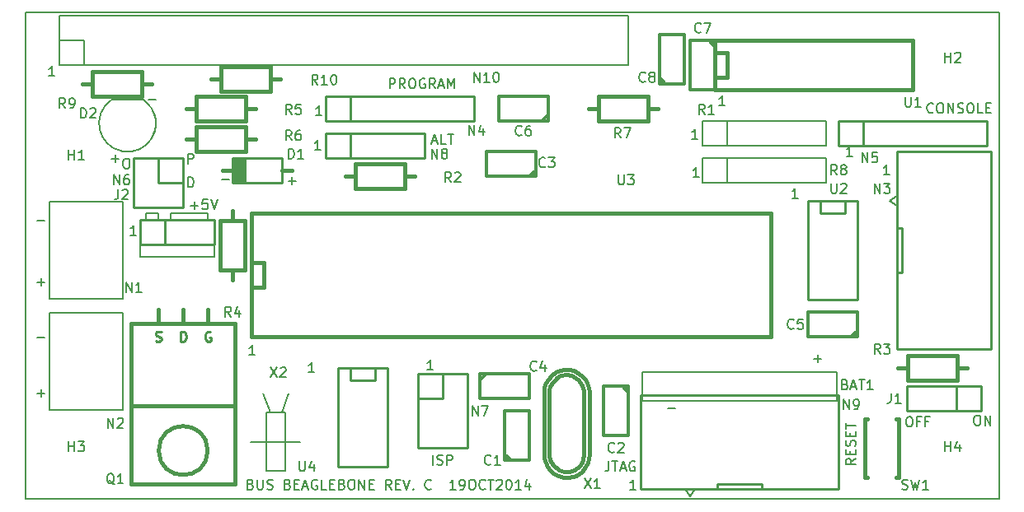
<source format=gto>
%FSLAX36Y36*%
G04 Gerber Fmt 3.6, Leading zero omitted, Abs format (unit inch)*
G04 Created by KiCad (PCBNEW (2014-jul-16 BZR unknown)-product) date Sun 19 Oct 2014 07:04:48 PM PDT*
%MOIN*%
G01*
G04 APERTURE LIST*
%ADD10C,0.003937*%
%ADD11C,0.008000*%
%ADD12C,0.007874*%
%ADD13C,0.012000*%
%ADD14C,0.015000*%
%ADD15C,0.010000*%
%ADD16C,0.005906*%
%ADD17C,0.009850*%
%ADD18C,0.009900*%
G04 APERTURE END LIST*
D10*
D11*
X6765476Y-4313095D02*
X6742619Y-4313095D01*
X6754048Y-4313095D02*
X6754048Y-4273095D01*
X6750238Y-4278810D01*
X6746429Y-4282619D01*
X6742619Y-4284524D01*
X6534524Y-5537857D02*
X6565000Y-5537857D01*
X7124524Y-5337857D02*
X7155000Y-5337857D01*
X7139762Y-5353095D02*
X7139762Y-5322619D01*
X7060476Y-4688095D02*
X7037619Y-4688095D01*
X7049048Y-4688095D02*
X7049048Y-4648095D01*
X7045238Y-4653810D01*
X7041429Y-4657619D01*
X7037619Y-4659524D01*
X6655476Y-4448095D02*
X6632619Y-4448095D01*
X6644048Y-4448095D02*
X6644048Y-4408095D01*
X6640238Y-4413810D01*
X6636429Y-4417619D01*
X6632619Y-4419524D01*
X6660476Y-4603095D02*
X6637619Y-4603095D01*
X6649048Y-4603095D02*
X6649048Y-4563095D01*
X6645238Y-4568810D01*
X6641429Y-4572619D01*
X6637619Y-4574524D01*
X5135476Y-4353095D02*
X5112619Y-4353095D01*
X5124048Y-4353095D02*
X5124048Y-4313095D01*
X5120238Y-4318810D01*
X5116429Y-4322619D01*
X5112619Y-4324524D01*
X4865476Y-5323095D02*
X4842619Y-5323095D01*
X4854048Y-5323095D02*
X4854048Y-5283095D01*
X4850238Y-5288810D01*
X4846429Y-5292619D01*
X4842619Y-5294524D01*
X4385476Y-4838095D02*
X4362619Y-4838095D01*
X4374048Y-4838095D02*
X4374048Y-4798095D01*
X4370238Y-4803810D01*
X4366429Y-4807619D01*
X4362619Y-4809524D01*
X7280476Y-4518095D02*
X7257619Y-4518095D01*
X7269048Y-4518095D02*
X7269048Y-4478095D01*
X7265238Y-4483810D01*
X7261429Y-4487619D01*
X7257619Y-4489524D01*
X7782143Y-5568095D02*
X7789762Y-5568095D01*
X7793571Y-5570000D01*
X7797381Y-5573810D01*
X7799286Y-5581429D01*
X7799286Y-5594762D01*
X7797381Y-5602381D01*
X7793571Y-5606190D01*
X7789762Y-5608095D01*
X7782143Y-5608095D01*
X7778333Y-5606190D01*
X7774524Y-5602381D01*
X7772619Y-5594762D01*
X7772619Y-5581429D01*
X7774524Y-5573810D01*
X7778333Y-5570000D01*
X7782143Y-5568095D01*
X7816429Y-5608095D02*
X7816429Y-5568095D01*
X7839286Y-5608095D01*
X7839286Y-5568095D01*
X7507143Y-5573095D02*
X7514762Y-5573095D01*
X7518571Y-5575000D01*
X7522381Y-5578810D01*
X7524286Y-5586429D01*
X7524286Y-5599762D01*
X7522381Y-5607381D01*
X7518571Y-5611190D01*
X7514762Y-5613095D01*
X7507143Y-5613095D01*
X7503333Y-5611190D01*
X7499524Y-5607381D01*
X7497619Y-5599762D01*
X7497619Y-5586429D01*
X7499524Y-5578810D01*
X7503333Y-5575000D01*
X7507143Y-5573095D01*
X7554762Y-5592143D02*
X7541429Y-5592143D01*
X7541429Y-5613095D02*
X7541429Y-5573095D01*
X7560476Y-5573095D01*
X7589048Y-5592143D02*
X7575714Y-5592143D01*
X7575714Y-5613095D02*
X7575714Y-5573095D01*
X7594762Y-5573095D01*
X4055476Y-4193095D02*
X4032619Y-4193095D01*
X4044048Y-4193095D02*
X4044048Y-4153095D01*
X4040238Y-4158810D01*
X4036429Y-4162619D01*
X4032619Y-4164524D01*
X5105476Y-5393095D02*
X5082619Y-5393095D01*
X5094048Y-5393095D02*
X5094048Y-5353095D01*
X5090238Y-5358810D01*
X5086429Y-5362619D01*
X5082619Y-5364524D01*
X7293095Y-5742619D02*
X7274048Y-5755952D01*
X7293095Y-5765476D02*
X7253095Y-5765476D01*
X7253095Y-5750238D01*
X7255000Y-5746429D01*
X7256905Y-5744524D01*
X7260714Y-5742619D01*
X7266429Y-5742619D01*
X7270238Y-5744524D01*
X7272143Y-5746429D01*
X7274048Y-5750238D01*
X7274048Y-5765476D01*
X7272143Y-5725476D02*
X7272143Y-5712143D01*
X7293095Y-5706429D02*
X7293095Y-5725476D01*
X7253095Y-5725476D01*
X7253095Y-5706429D01*
X7291190Y-5691190D02*
X7293095Y-5685476D01*
X7293095Y-5675952D01*
X7291190Y-5672143D01*
X7289286Y-5670238D01*
X7285476Y-5668333D01*
X7281667Y-5668333D01*
X7277857Y-5670238D01*
X7275952Y-5672143D01*
X7274048Y-5675952D01*
X7272143Y-5683571D01*
X7270238Y-5687381D01*
X7268333Y-5689286D01*
X7264524Y-5691190D01*
X7260714Y-5691190D01*
X7256905Y-5689286D01*
X7255000Y-5687381D01*
X7253095Y-5683571D01*
X7253095Y-5674048D01*
X7255000Y-5668333D01*
X7272143Y-5651190D02*
X7272143Y-5637857D01*
X7293095Y-5632143D02*
X7293095Y-5651190D01*
X7253095Y-5651190D01*
X7253095Y-5632143D01*
X7253095Y-5620714D02*
X7253095Y-5597857D01*
X7293095Y-5609286D02*
X7253095Y-5609286D01*
D12*
X3937008Y-5905512D02*
X3937008Y-3937008D01*
X7874016Y-5905512D02*
X3937008Y-5905512D01*
X7874016Y-3937008D02*
X7874016Y-5905512D01*
X3937008Y-3937008D02*
X7874016Y-3937008D01*
D11*
X4604524Y-4717857D02*
X4635000Y-4717857D01*
X4619762Y-4733095D02*
X4619762Y-4702619D01*
X4673095Y-4693095D02*
X4654048Y-4693095D01*
X4652143Y-4712143D01*
X4654048Y-4710238D01*
X4657857Y-4708333D01*
X4667381Y-4708333D01*
X4671190Y-4710238D01*
X4673095Y-4712143D01*
X4675000Y-4715952D01*
X4675000Y-4725476D01*
X4673095Y-4729286D01*
X4671190Y-4731190D01*
X4667381Y-4733095D01*
X4657857Y-4733095D01*
X4654048Y-4731190D01*
X4652143Y-4729286D01*
X4686429Y-4693095D02*
X4699762Y-4733095D01*
X4713095Y-4693095D01*
X5582619Y-4456667D02*
X5601667Y-4456667D01*
X5578810Y-4468095D02*
X5592143Y-4428095D01*
X5605476Y-4468095D01*
X5637857Y-4468095D02*
X5618810Y-4468095D01*
X5618810Y-4428095D01*
X5645476Y-4428095D02*
X5668333Y-4428095D01*
X5656905Y-4468095D02*
X5656905Y-4428095D01*
X7607381Y-4339286D02*
X7605476Y-4341190D01*
X7599762Y-4343095D01*
X7595952Y-4343095D01*
X7590238Y-4341190D01*
X7586429Y-4337381D01*
X7584524Y-4333571D01*
X7582619Y-4325952D01*
X7582619Y-4320238D01*
X7584524Y-4312619D01*
X7586429Y-4308810D01*
X7590238Y-4305000D01*
X7595952Y-4303095D01*
X7599762Y-4303095D01*
X7605476Y-4305000D01*
X7607381Y-4306905D01*
X7632143Y-4303095D02*
X7639762Y-4303095D01*
X7643571Y-4305000D01*
X7647381Y-4308810D01*
X7649286Y-4316429D01*
X7649286Y-4329762D01*
X7647381Y-4337381D01*
X7643571Y-4341190D01*
X7639762Y-4343095D01*
X7632143Y-4343095D01*
X7628333Y-4341190D01*
X7624524Y-4337381D01*
X7622619Y-4329762D01*
X7622619Y-4316429D01*
X7624524Y-4308810D01*
X7628333Y-4305000D01*
X7632143Y-4303095D01*
X7666429Y-4343095D02*
X7666429Y-4303095D01*
X7689286Y-4343095D01*
X7689286Y-4303095D01*
X7706429Y-4341190D02*
X7712143Y-4343095D01*
X7721667Y-4343095D01*
X7725476Y-4341190D01*
X7727381Y-4339286D01*
X7729286Y-4335476D01*
X7729286Y-4331667D01*
X7727381Y-4327857D01*
X7725476Y-4325952D01*
X7721667Y-4324048D01*
X7714048Y-4322143D01*
X7710238Y-4320238D01*
X7708333Y-4318333D01*
X7706429Y-4314524D01*
X7706429Y-4310714D01*
X7708333Y-4306905D01*
X7710238Y-4305000D01*
X7714048Y-4303095D01*
X7723571Y-4303095D01*
X7729286Y-4305000D01*
X7754048Y-4303095D02*
X7761667Y-4303095D01*
X7765476Y-4305000D01*
X7769286Y-4308810D01*
X7771190Y-4316429D01*
X7771190Y-4329762D01*
X7769286Y-4337381D01*
X7765476Y-4341190D01*
X7761667Y-4343095D01*
X7754048Y-4343095D01*
X7750238Y-4341190D01*
X7746429Y-4337381D01*
X7744524Y-4329762D01*
X7744524Y-4316429D01*
X7746429Y-4308810D01*
X7750238Y-4305000D01*
X7754048Y-4303095D01*
X7807381Y-4343095D02*
X7788333Y-4343095D01*
X7788333Y-4303095D01*
X7820714Y-4322143D02*
X7834048Y-4322143D01*
X7839762Y-4343095D02*
X7820714Y-4343095D01*
X7820714Y-4303095D01*
X7839762Y-4303095D01*
X5584524Y-5768095D02*
X5584524Y-5728095D01*
X5601667Y-5766190D02*
X5607381Y-5768095D01*
X5616905Y-5768095D01*
X5620714Y-5766190D01*
X5622619Y-5764286D01*
X5624524Y-5760476D01*
X5624524Y-5756667D01*
X5622619Y-5752857D01*
X5620714Y-5750952D01*
X5616905Y-5749048D01*
X5609286Y-5747143D01*
X5605476Y-5745238D01*
X5603571Y-5743333D01*
X5601667Y-5739524D01*
X5601667Y-5735714D01*
X5603571Y-5731905D01*
X5605476Y-5730000D01*
X5609286Y-5728095D01*
X5618810Y-5728095D01*
X5624524Y-5730000D01*
X5641667Y-5768095D02*
X5641667Y-5728095D01*
X5656905Y-5728095D01*
X5660714Y-5730000D01*
X5662619Y-5731905D01*
X5664524Y-5735714D01*
X5664524Y-5741429D01*
X5662619Y-5745238D01*
X5660714Y-5747143D01*
X5656905Y-5749048D01*
X5641667Y-5749048D01*
X6295952Y-5753095D02*
X6295952Y-5781667D01*
X6294048Y-5787381D01*
X6290238Y-5791190D01*
X6284524Y-5793095D01*
X6280714Y-5793095D01*
X6309286Y-5753095D02*
X6332143Y-5753095D01*
X6320714Y-5793095D02*
X6320714Y-5753095D01*
X6343571Y-5781667D02*
X6362619Y-5781667D01*
X6339762Y-5793095D02*
X6353095Y-5753095D01*
X6366429Y-5793095D01*
X6400714Y-5755000D02*
X6396905Y-5753095D01*
X6391190Y-5753095D01*
X6385476Y-5755000D01*
X6381667Y-5758810D01*
X6379762Y-5762619D01*
X6377857Y-5770238D01*
X6377857Y-5775952D01*
X6379762Y-5783571D01*
X6381667Y-5787381D01*
X6385476Y-5791190D01*
X6391190Y-5793095D01*
X6395000Y-5793095D01*
X6400714Y-5791190D01*
X6402619Y-5789286D01*
X6402619Y-5775952D01*
X6395000Y-5775952D01*
X4342143Y-4528095D02*
X4349762Y-4528095D01*
X4353571Y-4530000D01*
X4357381Y-4533810D01*
X4359286Y-4541429D01*
X4359286Y-4554762D01*
X4357381Y-4562381D01*
X4353571Y-4566190D01*
X4349762Y-4568095D01*
X4342143Y-4568095D01*
X4338333Y-4566190D01*
X4334524Y-4562381D01*
X4332619Y-4554762D01*
X4332619Y-4541429D01*
X4334524Y-4533810D01*
X4338333Y-4530000D01*
X4342143Y-4528095D01*
X4594524Y-4643095D02*
X4594524Y-4603095D01*
X4604048Y-4603095D01*
X4609762Y-4605000D01*
X4613571Y-4608810D01*
X4615476Y-4612619D01*
X4617381Y-4620238D01*
X4617381Y-4625952D01*
X4615476Y-4633571D01*
X4613571Y-4637381D01*
X4609762Y-4641190D01*
X4604048Y-4643095D01*
X4594524Y-4643095D01*
X4594524Y-4548095D02*
X4594524Y-4508095D01*
X4609762Y-4508095D01*
X4613571Y-4510000D01*
X4615476Y-4511905D01*
X4617381Y-4515714D01*
X4617381Y-4521429D01*
X4615476Y-4525238D01*
X4613571Y-4527143D01*
X4609762Y-4529048D01*
X4594524Y-4529048D01*
X5130476Y-4493095D02*
X5107619Y-4493095D01*
X5119048Y-4493095D02*
X5119048Y-4453095D01*
X5115238Y-4458810D01*
X5111429Y-4462619D01*
X5107619Y-4464524D01*
X7430476Y-4593095D02*
X7407619Y-4593095D01*
X7419048Y-4593095D02*
X7419048Y-4553095D01*
X7415238Y-4558810D01*
X7411429Y-4562619D01*
X7407619Y-4564524D01*
X6405476Y-5868095D02*
X6382619Y-5868095D01*
X6394048Y-5868095D02*
X6394048Y-5828095D01*
X6390238Y-5833810D01*
X6386429Y-5837619D01*
X6382619Y-5839524D01*
X5585476Y-5383095D02*
X5562619Y-5383095D01*
X5574048Y-5383095D02*
X5574048Y-5343095D01*
X5570238Y-5348810D01*
X5566429Y-5352619D01*
X5562619Y-5354524D01*
X5409524Y-4243095D02*
X5409524Y-4203095D01*
X5424762Y-4203095D01*
X5428571Y-4205000D01*
X5430476Y-4206905D01*
X5432381Y-4210714D01*
X5432381Y-4216429D01*
X5430476Y-4220238D01*
X5428571Y-4222143D01*
X5424762Y-4224048D01*
X5409524Y-4224048D01*
X5472381Y-4243095D02*
X5459048Y-4224048D01*
X5449524Y-4243095D02*
X5449524Y-4203095D01*
X5464762Y-4203095D01*
X5468571Y-4205000D01*
X5470476Y-4206905D01*
X5472381Y-4210714D01*
X5472381Y-4216429D01*
X5470476Y-4220238D01*
X5468571Y-4222143D01*
X5464762Y-4224048D01*
X5449524Y-4224048D01*
X5497143Y-4203095D02*
X5504762Y-4203095D01*
X5508571Y-4205000D01*
X5512381Y-4208810D01*
X5514286Y-4216429D01*
X5514286Y-4229762D01*
X5512381Y-4237381D01*
X5508571Y-4241190D01*
X5504762Y-4243095D01*
X5497143Y-4243095D01*
X5493333Y-4241190D01*
X5489524Y-4237381D01*
X5487619Y-4229762D01*
X5487619Y-4216429D01*
X5489524Y-4208810D01*
X5493333Y-4205000D01*
X5497143Y-4203095D01*
X5552381Y-4205000D02*
X5548571Y-4203095D01*
X5542857Y-4203095D01*
X5537143Y-4205000D01*
X5533333Y-4208810D01*
X5531429Y-4212619D01*
X5529524Y-4220238D01*
X5529524Y-4225952D01*
X5531429Y-4233571D01*
X5533333Y-4237381D01*
X5537143Y-4241190D01*
X5542857Y-4243095D01*
X5546667Y-4243095D01*
X5552381Y-4241190D01*
X5554286Y-4239286D01*
X5554286Y-4225952D01*
X5546667Y-4225952D01*
X5594286Y-4243095D02*
X5580952Y-4224048D01*
X5571429Y-4243095D02*
X5571429Y-4203095D01*
X5586667Y-4203095D01*
X5590476Y-4205000D01*
X5592381Y-4206905D01*
X5594286Y-4210714D01*
X5594286Y-4216429D01*
X5592381Y-4220238D01*
X5590476Y-4222143D01*
X5586667Y-4224048D01*
X5571429Y-4224048D01*
X5609524Y-4231667D02*
X5628571Y-4231667D01*
X5605714Y-4243095D02*
X5619048Y-4203095D01*
X5632381Y-4243095D01*
X5645714Y-4243095D02*
X5645714Y-4203095D01*
X5659048Y-4231667D01*
X5672381Y-4203095D01*
X5672381Y-4243095D01*
X4847857Y-5847143D02*
X4853571Y-5849048D01*
X4855476Y-5850952D01*
X4857381Y-5854762D01*
X4857381Y-5860476D01*
X4855476Y-5864286D01*
X4853571Y-5866190D01*
X4849762Y-5868095D01*
X4834524Y-5868095D01*
X4834524Y-5828095D01*
X4847857Y-5828095D01*
X4851667Y-5830000D01*
X4853571Y-5831905D01*
X4855476Y-5835714D01*
X4855476Y-5839524D01*
X4853571Y-5843333D01*
X4851667Y-5845238D01*
X4847857Y-5847143D01*
X4834524Y-5847143D01*
X4874524Y-5828095D02*
X4874524Y-5860476D01*
X4876429Y-5864286D01*
X4878333Y-5866190D01*
X4882143Y-5868095D01*
X4889762Y-5868095D01*
X4893571Y-5866190D01*
X4895476Y-5864286D01*
X4897381Y-5860476D01*
X4897381Y-5828095D01*
X4914524Y-5866190D02*
X4920238Y-5868095D01*
X4929762Y-5868095D01*
X4933571Y-5866190D01*
X4935476Y-5864286D01*
X4937381Y-5860476D01*
X4937381Y-5856667D01*
X4935476Y-5852857D01*
X4933571Y-5850952D01*
X4929762Y-5849048D01*
X4922143Y-5847143D01*
X4918333Y-5845238D01*
X4916429Y-5843333D01*
X4914524Y-5839524D01*
X4914524Y-5835714D01*
X4916429Y-5831905D01*
X4918333Y-5830000D01*
X4922143Y-5828095D01*
X4931667Y-5828095D01*
X4937381Y-5830000D01*
X4998333Y-5847143D02*
X5004048Y-5849048D01*
X5005952Y-5850952D01*
X5007857Y-5854762D01*
X5007857Y-5860476D01*
X5005952Y-5864286D01*
X5004048Y-5866190D01*
X5000238Y-5868095D01*
X4985000Y-5868095D01*
X4985000Y-5828095D01*
X4998333Y-5828095D01*
X5002143Y-5830000D01*
X5004048Y-5831905D01*
X5005952Y-5835714D01*
X5005952Y-5839524D01*
X5004048Y-5843333D01*
X5002143Y-5845238D01*
X4998333Y-5847143D01*
X4985000Y-5847143D01*
X5025000Y-5847143D02*
X5038333Y-5847143D01*
X5044048Y-5868095D02*
X5025000Y-5868095D01*
X5025000Y-5828095D01*
X5044048Y-5828095D01*
X5059286Y-5856667D02*
X5078333Y-5856667D01*
X5055476Y-5868095D02*
X5068810Y-5828095D01*
X5082143Y-5868095D01*
X5116429Y-5830000D02*
X5112619Y-5828095D01*
X5106905Y-5828095D01*
X5101190Y-5830000D01*
X5097381Y-5833810D01*
X5095476Y-5837619D01*
X5093571Y-5845238D01*
X5093571Y-5850952D01*
X5095476Y-5858571D01*
X5097381Y-5862381D01*
X5101190Y-5866190D01*
X5106905Y-5868095D01*
X5110714Y-5868095D01*
X5116429Y-5866190D01*
X5118333Y-5864286D01*
X5118333Y-5850952D01*
X5110714Y-5850952D01*
X5154524Y-5868095D02*
X5135476Y-5868095D01*
X5135476Y-5828095D01*
X5167857Y-5847143D02*
X5181190Y-5847143D01*
X5186905Y-5868095D02*
X5167857Y-5868095D01*
X5167857Y-5828095D01*
X5186905Y-5828095D01*
X5217381Y-5847143D02*
X5223095Y-5849048D01*
X5225000Y-5850952D01*
X5226905Y-5854762D01*
X5226905Y-5860476D01*
X5225000Y-5864286D01*
X5223095Y-5866190D01*
X5219286Y-5868095D01*
X5204048Y-5868095D01*
X5204048Y-5828095D01*
X5217381Y-5828095D01*
X5221190Y-5830000D01*
X5223095Y-5831905D01*
X5225000Y-5835714D01*
X5225000Y-5839524D01*
X5223095Y-5843333D01*
X5221190Y-5845238D01*
X5217381Y-5847143D01*
X5204048Y-5847143D01*
X5251667Y-5828095D02*
X5259286Y-5828095D01*
X5263095Y-5830000D01*
X5266905Y-5833810D01*
X5268809Y-5841429D01*
X5268809Y-5854762D01*
X5266905Y-5862381D01*
X5263095Y-5866190D01*
X5259286Y-5868095D01*
X5251667Y-5868095D01*
X5247857Y-5866190D01*
X5244048Y-5862381D01*
X5242143Y-5854762D01*
X5242143Y-5841429D01*
X5244048Y-5833810D01*
X5247857Y-5830000D01*
X5251667Y-5828095D01*
X5285952Y-5868095D02*
X5285952Y-5828095D01*
X5308809Y-5868095D01*
X5308809Y-5828095D01*
X5327857Y-5847143D02*
X5341190Y-5847143D01*
X5346905Y-5868095D02*
X5327857Y-5868095D01*
X5327857Y-5828095D01*
X5346905Y-5828095D01*
X5417381Y-5868095D02*
X5404048Y-5849048D01*
X5394524Y-5868095D02*
X5394524Y-5828095D01*
X5409762Y-5828095D01*
X5413571Y-5830000D01*
X5415476Y-5831905D01*
X5417381Y-5835714D01*
X5417381Y-5841429D01*
X5415476Y-5845238D01*
X5413571Y-5847143D01*
X5409762Y-5849048D01*
X5394524Y-5849048D01*
X5434524Y-5847143D02*
X5447857Y-5847143D01*
X5453571Y-5868095D02*
X5434524Y-5868095D01*
X5434524Y-5828095D01*
X5453571Y-5828095D01*
X5465000Y-5828095D02*
X5478333Y-5868095D01*
X5491667Y-5828095D01*
X5505000Y-5864286D02*
X5506905Y-5866190D01*
X5505000Y-5868095D01*
X5503095Y-5866190D01*
X5505000Y-5864286D01*
X5505000Y-5868095D01*
X5577381Y-5864286D02*
X5575476Y-5866190D01*
X5569762Y-5868095D01*
X5565952Y-5868095D01*
X5560238Y-5866190D01*
X5556429Y-5862381D01*
X5554524Y-5858571D01*
X5552619Y-5850952D01*
X5552619Y-5845238D01*
X5554524Y-5837619D01*
X5556429Y-5833810D01*
X5560238Y-5830000D01*
X5565952Y-5828095D01*
X5569762Y-5828095D01*
X5575476Y-5830000D01*
X5577381Y-5831905D01*
X5676429Y-5868095D02*
X5653571Y-5868095D01*
X5665000Y-5868095D02*
X5665000Y-5828095D01*
X5661190Y-5833810D01*
X5657381Y-5837619D01*
X5653571Y-5839524D01*
X5695476Y-5868095D02*
X5703095Y-5868095D01*
X5706905Y-5866190D01*
X5708809Y-5864286D01*
X5712619Y-5858571D01*
X5714524Y-5850952D01*
X5714524Y-5835714D01*
X5712619Y-5831905D01*
X5710714Y-5830000D01*
X5706905Y-5828095D01*
X5699286Y-5828095D01*
X5695476Y-5830000D01*
X5693571Y-5831905D01*
X5691667Y-5835714D01*
X5691667Y-5845238D01*
X5693571Y-5849048D01*
X5695476Y-5850952D01*
X5699286Y-5852857D01*
X5706905Y-5852857D01*
X5710714Y-5850952D01*
X5712619Y-5849048D01*
X5714524Y-5845238D01*
X5739286Y-5828095D02*
X5746905Y-5828095D01*
X5750714Y-5830000D01*
X5754524Y-5833810D01*
X5756429Y-5841429D01*
X5756429Y-5854762D01*
X5754524Y-5862381D01*
X5750714Y-5866190D01*
X5746905Y-5868095D01*
X5739286Y-5868095D01*
X5735476Y-5866190D01*
X5731667Y-5862381D01*
X5729762Y-5854762D01*
X5729762Y-5841429D01*
X5731667Y-5833810D01*
X5735476Y-5830000D01*
X5739286Y-5828095D01*
X5796429Y-5864286D02*
X5794524Y-5866190D01*
X5788809Y-5868095D01*
X5785000Y-5868095D01*
X5779286Y-5866190D01*
X5775476Y-5862381D01*
X5773571Y-5858571D01*
X5771667Y-5850952D01*
X5771667Y-5845238D01*
X5773571Y-5837619D01*
X5775476Y-5833810D01*
X5779286Y-5830000D01*
X5785000Y-5828095D01*
X5788809Y-5828095D01*
X5794524Y-5830000D01*
X5796429Y-5831905D01*
X5807857Y-5828095D02*
X5830714Y-5828095D01*
X5819286Y-5868095D02*
X5819286Y-5828095D01*
X5842143Y-5831905D02*
X5844048Y-5830000D01*
X5847857Y-5828095D01*
X5857381Y-5828095D01*
X5861190Y-5830000D01*
X5863095Y-5831905D01*
X5865000Y-5835714D01*
X5865000Y-5839524D01*
X5863095Y-5845238D01*
X5840238Y-5868095D01*
X5865000Y-5868095D01*
X5889762Y-5828095D02*
X5893571Y-5828095D01*
X5897381Y-5830000D01*
X5899286Y-5831905D01*
X5901190Y-5835714D01*
X5903095Y-5843333D01*
X5903095Y-5852857D01*
X5901190Y-5860476D01*
X5899286Y-5864286D01*
X5897381Y-5866190D01*
X5893571Y-5868095D01*
X5889762Y-5868095D01*
X5885952Y-5866190D01*
X5884048Y-5864286D01*
X5882143Y-5860476D01*
X5880238Y-5852857D01*
X5880238Y-5843333D01*
X5882143Y-5835714D01*
X5884048Y-5831905D01*
X5885952Y-5830000D01*
X5889762Y-5828095D01*
X5941190Y-5868095D02*
X5918333Y-5868095D01*
X5929762Y-5868095D02*
X5929762Y-5828095D01*
X5925952Y-5833810D01*
X5922143Y-5837619D01*
X5918333Y-5839524D01*
X5975476Y-5841429D02*
X5975476Y-5868095D01*
X5965952Y-5826190D02*
X5956429Y-5854762D01*
X5981190Y-5854762D01*
X4015238Y-5252857D02*
X3984762Y-5252857D01*
X4015238Y-4777857D02*
X3984762Y-4777857D01*
X4015238Y-5477857D02*
X3984762Y-5477857D01*
X4000000Y-5493095D02*
X4000000Y-5462619D01*
X4015238Y-5027857D02*
X3984762Y-5027857D01*
X4000000Y-5043095D02*
X4000000Y-5012619D01*
D13*
X5875000Y-5748000D02*
X5875000Y-5550000D01*
X5875000Y-5550000D02*
X5975000Y-5550000D01*
X5975000Y-5550000D02*
X5975000Y-5750000D01*
X5975000Y-5750000D02*
X5875000Y-5750000D01*
X5900000Y-5750000D02*
X5875000Y-5725000D01*
X6375000Y-5452000D02*
X6375000Y-5650000D01*
X6375000Y-5650000D02*
X6275000Y-5650000D01*
X6275000Y-5650000D02*
X6275000Y-5450000D01*
X6275000Y-5450000D02*
X6375000Y-5450000D01*
X6350000Y-5450000D02*
X6375000Y-5475000D01*
X5998000Y-4600000D02*
X5800000Y-4600000D01*
X5800000Y-4600000D02*
X5800000Y-4500000D01*
X5800000Y-4500000D02*
X6000000Y-4500000D01*
X6000000Y-4500000D02*
X6000000Y-4600000D01*
X6000000Y-4575000D02*
X5975000Y-4600000D01*
X5777000Y-5400000D02*
X5975000Y-5400000D01*
X5975000Y-5400000D02*
X5975000Y-5500000D01*
X5975000Y-5500000D02*
X5775000Y-5500000D01*
X5775000Y-5500000D02*
X5775000Y-5400000D01*
X5775000Y-5425000D02*
X5800000Y-5400000D01*
X7298000Y-5250000D02*
X7100000Y-5250000D01*
X7100000Y-5250000D02*
X7100000Y-5150000D01*
X7100000Y-5150000D02*
X7300000Y-5150000D01*
X7300000Y-5150000D02*
X7300000Y-5250000D01*
X7300000Y-5225000D02*
X7275000Y-5250000D01*
X6048000Y-4375000D02*
X5850000Y-4375000D01*
X5850000Y-4375000D02*
X5850000Y-4275000D01*
X5850000Y-4275000D02*
X6050000Y-4275000D01*
X6050000Y-4275000D02*
X6050000Y-4375000D01*
X6050000Y-4350000D02*
X6025000Y-4375000D01*
X6725000Y-4052000D02*
X6725000Y-4250000D01*
X6725000Y-4250000D02*
X6625000Y-4250000D01*
X6625000Y-4250000D02*
X6625000Y-4050000D01*
X6625000Y-4050000D02*
X6725000Y-4050000D01*
X6700000Y-4050000D02*
X6725000Y-4075000D01*
X6500000Y-4223000D02*
X6500000Y-4025000D01*
X6500000Y-4025000D02*
X6600000Y-4025000D01*
X6600000Y-4025000D02*
X6600000Y-4225000D01*
X6600000Y-4225000D02*
X6500000Y-4225000D01*
X6525000Y-4225000D02*
X6500000Y-4200000D01*
D14*
X4975000Y-4575000D02*
X5015000Y-4575000D01*
X4785000Y-4575000D02*
X4735000Y-4575000D01*
D15*
X4795000Y-4625000D02*
X4795000Y-4525000D01*
X4805000Y-4625000D02*
X4805000Y-4525000D01*
X4815000Y-4625000D02*
X4815000Y-4525000D01*
X4785000Y-4625000D02*
X4785000Y-4525000D01*
X4825000Y-4625000D02*
X4775000Y-4525000D01*
X4775000Y-4625000D02*
X4825000Y-4525000D01*
X4825000Y-4625000D02*
X4825000Y-4525000D01*
X4800000Y-4625000D02*
X4800000Y-4525000D01*
X4775000Y-4525000D02*
X4775000Y-4625000D01*
X4775000Y-4625000D02*
X4975000Y-4625000D01*
X4975000Y-4625000D02*
X4975000Y-4525000D01*
X4975000Y-4525000D02*
X4775000Y-4525000D01*
D16*
X4445000Y-4450000D02*
G75*
G03X4415000Y-4290000I-95000J65000D01*
G74*
G01*
X4415000Y-4290000D02*
X4285000Y-4290000D01*
X4285000Y-4290000D02*
G75*
G03X4445000Y-4320000I65000J-95000D01*
G74*
G01*
D15*
X7700000Y-5450000D02*
X7500000Y-5450000D01*
X7500000Y-5450000D02*
X7500000Y-5550000D01*
X7500000Y-5550000D02*
X7700000Y-5550000D01*
X7800000Y-5550000D02*
X7700000Y-5550000D01*
X7700000Y-5550000D02*
X7700000Y-5450000D01*
X7800000Y-5550000D02*
X7800000Y-5450000D01*
X7800000Y-5450000D02*
X7700000Y-5450000D01*
X4575000Y-4625000D02*
X4575000Y-4525000D01*
X4575000Y-4525000D02*
X4475000Y-4525000D01*
X4475000Y-4525000D02*
X4475000Y-4625000D01*
X4475000Y-4625000D02*
X4575000Y-4625000D01*
X4575000Y-4625000D02*
X4575000Y-4725000D01*
X4575000Y-4725000D02*
X4375000Y-4725000D01*
X4375000Y-4725000D02*
X4375000Y-4525000D01*
X4375000Y-4525000D02*
X4475000Y-4525000D01*
D11*
X4034646Y-5096850D02*
X4329921Y-5096850D01*
X4329921Y-5096850D02*
X4329921Y-4703150D01*
X4329921Y-4703150D02*
X4034646Y-4703150D01*
X4034646Y-4703150D02*
X4034646Y-5096850D01*
X4034646Y-5546850D02*
X4329921Y-5546850D01*
X4329921Y-5546850D02*
X4329921Y-5153150D01*
X4329921Y-5153150D02*
X4034646Y-5153150D01*
X4034646Y-5153150D02*
X4034646Y-5546850D01*
D16*
X7430000Y-4700000D02*
X7460000Y-4680000D01*
X7430000Y-4700000D02*
X7460000Y-4720000D01*
D15*
X7460000Y-4990000D02*
X7480000Y-4990000D01*
X7480000Y-4990000D02*
X7480000Y-4810000D01*
X7480000Y-4810000D02*
X7460000Y-4810000D01*
X7840000Y-4500000D02*
X7840000Y-5300000D01*
X7840000Y-5300000D02*
X7460000Y-5300000D01*
X7460000Y-5300000D02*
X7460000Y-4500000D01*
X7460000Y-4500000D02*
X7840000Y-4500000D01*
X5250000Y-4275000D02*
X5750000Y-4275000D01*
X5750000Y-4275000D02*
X5750000Y-4375000D01*
X5750000Y-4375000D02*
X5250000Y-4375000D01*
X5150000Y-4275000D02*
X5250000Y-4275000D01*
X5250000Y-4275000D02*
X5250000Y-4375000D01*
X5150000Y-4275000D02*
X5150000Y-4375000D01*
X5150000Y-4375000D02*
X5250000Y-4375000D01*
X7325000Y-4375000D02*
X7825000Y-4375000D01*
X7825000Y-4375000D02*
X7825000Y-4475000D01*
X7825000Y-4475000D02*
X7325000Y-4475000D01*
X7225000Y-4375000D02*
X7325000Y-4375000D01*
X7325000Y-4375000D02*
X7325000Y-4475000D01*
X7225000Y-4375000D02*
X7225000Y-4475000D01*
X7225000Y-4475000D02*
X7325000Y-4475000D01*
X5625000Y-5400000D02*
X5625000Y-5500000D01*
X5625000Y-5500000D02*
X5525000Y-5500000D01*
X5525000Y-5400000D02*
X5525000Y-5700000D01*
X5525000Y-5700000D02*
X5725000Y-5700000D01*
X5725000Y-5700000D02*
X5725000Y-5500000D01*
X5525000Y-5400000D02*
X5625000Y-5400000D01*
X5725000Y-5400000D02*
X5625000Y-5400000D01*
X5725000Y-5500000D02*
X5725000Y-5400000D01*
X5250000Y-4525000D02*
X5550000Y-4525000D01*
X5250000Y-4425000D02*
X5550000Y-4425000D01*
X5150000Y-4425000D02*
X5250000Y-4425000D01*
X5550000Y-4525000D02*
X5550000Y-4425000D01*
X5250000Y-4425000D02*
X5250000Y-4525000D01*
X5150000Y-4425000D02*
X5150000Y-4525000D01*
X5150000Y-4525000D02*
X5250000Y-4525000D01*
D16*
X6625000Y-5895000D02*
X6605000Y-5865000D01*
X6625000Y-5895000D02*
X6645000Y-5865000D01*
D15*
X6915000Y-5865000D02*
X6915000Y-5845000D01*
X6915000Y-5845000D02*
X6735000Y-5845000D01*
X6735000Y-5845000D02*
X6735000Y-5865000D01*
X6425000Y-5485000D02*
X7225000Y-5485000D01*
X7225000Y-5485000D02*
X7225000Y-5865000D01*
X7225000Y-5865000D02*
X6425000Y-5865000D01*
X6425000Y-5865000D02*
X6425000Y-5485000D01*
D16*
X6375000Y-3950000D02*
X4075000Y-3950000D01*
X6375000Y-4150000D02*
X4175000Y-4150000D01*
X6375000Y-3950000D02*
X6375000Y-4150000D01*
X4075000Y-3950000D02*
X4075000Y-4050000D01*
X4075000Y-4150000D02*
X4175000Y-4150000D01*
X4075000Y-4050000D02*
X4175000Y-4050000D01*
X4175000Y-4050000D02*
X4175000Y-4150000D01*
X4075000Y-4150000D02*
X4075000Y-4050000D01*
D14*
X4675000Y-5195000D02*
X4675000Y-5140000D01*
X4575000Y-5195000D02*
X4575000Y-5140000D01*
X4475000Y-5195000D02*
X4475000Y-5140000D01*
X4673995Y-5710000D02*
G75*
G03X4673995Y-5710000I-98995J0D01*
G74*
G01*
X4365000Y-5530000D02*
X4365000Y-5845000D01*
X4365000Y-5845000D02*
X4785000Y-5845000D01*
X4785000Y-5845000D02*
X4785000Y-5530000D01*
X4365000Y-5195000D02*
X4365000Y-5530000D01*
X4365000Y-5530000D02*
X4785000Y-5530000D01*
X4785000Y-5530000D02*
X4785000Y-5195000D01*
X4575000Y-5195000D02*
X4785000Y-5195000D01*
X4575000Y-5195000D02*
X4365000Y-5195000D01*
X7503100Y-5375000D02*
X7463100Y-5375000D01*
X7703100Y-5375000D02*
X7743100Y-5375000D01*
X7503100Y-5325000D02*
X7703100Y-5325000D01*
X7703100Y-5325000D02*
X7703100Y-5425000D01*
X7703100Y-5425000D02*
X7503100Y-5425000D01*
X7503100Y-5425000D02*
X7503100Y-5325000D01*
X4775000Y-4778100D02*
X4775000Y-4738100D01*
X4775000Y-4978100D02*
X4775000Y-5018100D01*
X4825000Y-4778100D02*
X4825000Y-4978100D01*
X4825000Y-4978100D02*
X4725000Y-4978100D01*
X4725000Y-4978100D02*
X4725000Y-4778100D01*
X4725000Y-4778100D02*
X4825000Y-4778100D01*
X4628100Y-4325000D02*
X4588100Y-4325000D01*
X4828100Y-4325000D02*
X4868100Y-4325000D01*
X4628100Y-4275000D02*
X4828100Y-4275000D01*
X4828100Y-4275000D02*
X4828100Y-4375000D01*
X4828100Y-4375000D02*
X4628100Y-4375000D01*
X4628100Y-4375000D02*
X4628100Y-4275000D01*
X4628100Y-4450000D02*
X4588100Y-4450000D01*
X4828100Y-4450000D02*
X4868100Y-4450000D01*
X4628100Y-4400000D02*
X4828100Y-4400000D01*
X4828100Y-4400000D02*
X4828100Y-4500000D01*
X4828100Y-4500000D02*
X4628100Y-4500000D01*
X4628100Y-4500000D02*
X4628100Y-4400000D01*
X7468900Y-5581900D02*
X7459100Y-5581900D01*
X7468900Y-5818100D02*
X7459100Y-5818100D01*
X7331100Y-5581900D02*
X7340900Y-5581900D01*
X7331100Y-5818100D02*
X7340900Y-5818100D01*
X7468900Y-5818100D02*
X7468900Y-5581900D01*
X7331100Y-5818100D02*
X7331100Y-5581900D01*
X6725000Y-4050000D02*
X7525000Y-4050000D01*
X7525000Y-4250000D02*
X6725000Y-4250000D01*
X6725000Y-4250000D02*
X6725000Y-4050000D01*
X6725000Y-4100000D02*
X6775000Y-4100000D01*
X6775000Y-4100000D02*
X6775000Y-4200000D01*
X6775000Y-4200000D02*
X6725000Y-4200000D01*
X7525000Y-4050000D02*
X7525000Y-4250000D01*
D15*
X7250000Y-4700000D02*
X7250000Y-4750000D01*
X7250000Y-4750000D02*
X7150000Y-4750000D01*
X7150000Y-4750000D02*
X7150000Y-4700000D01*
X7300000Y-4700000D02*
X7300000Y-5100000D01*
X7300000Y-5100000D02*
X7100000Y-5100000D01*
X7100000Y-5100000D02*
X7100000Y-4700000D01*
X7100000Y-4700000D02*
X7300000Y-4700000D01*
D14*
X4850000Y-4950000D02*
X4900000Y-4950000D01*
X4900000Y-4950000D02*
X4900000Y-5050000D01*
X4900000Y-5050000D02*
X4850000Y-5050000D01*
X4850000Y-4750000D02*
X6950000Y-4750000D01*
X6950000Y-4750000D02*
X6950000Y-5250000D01*
X6950000Y-5250000D02*
X4850000Y-5250000D01*
X4850000Y-5250000D02*
X4850000Y-4750000D01*
X6085600Y-5415000D02*
X6101400Y-5407100D01*
X6101400Y-5407100D02*
X6125000Y-5403100D01*
X6125000Y-5403100D02*
X6144700Y-5407100D01*
X6144700Y-5407100D02*
X6172200Y-5422800D01*
X6172200Y-5422800D02*
X6188000Y-5446500D01*
X6188000Y-5446500D02*
X6195900Y-5470100D01*
X6195900Y-5470100D02*
X6195900Y-5729900D01*
X6195900Y-5729900D02*
X6188000Y-5757500D01*
X6188000Y-5757500D02*
X6176200Y-5773200D01*
X6176200Y-5773200D02*
X6156500Y-5789000D01*
X6156500Y-5789000D02*
X6132900Y-5796900D01*
X6132900Y-5796900D02*
X6113200Y-5796900D01*
X6113200Y-5796900D02*
X6093500Y-5789000D01*
X6093500Y-5789000D02*
X6069900Y-5769300D01*
X6069900Y-5769300D02*
X6058100Y-5749600D01*
X6058100Y-5749600D02*
X6054100Y-5729900D01*
X6054100Y-5726000D02*
X6054100Y-5466100D01*
X6054100Y-5466100D02*
X6058100Y-5450400D01*
X6058100Y-5450400D02*
X6069900Y-5430700D01*
X6069900Y-5430700D02*
X6089600Y-5411000D01*
X6033300Y-5725600D02*
X6035200Y-5743700D01*
X6035200Y-5743700D02*
X6039600Y-5759400D01*
X6039600Y-5759400D02*
X6048200Y-5776400D01*
X6048200Y-5776400D02*
X6057300Y-5787800D01*
X6057300Y-5787800D02*
X6071100Y-5800800D01*
X6071100Y-5800800D02*
X6092300Y-5812200D01*
X6092300Y-5812200D02*
X6115900Y-5817300D01*
X6115900Y-5817300D02*
X6136000Y-5817300D01*
X6136000Y-5817300D02*
X6163600Y-5810600D01*
X6163600Y-5810600D02*
X6186800Y-5794900D01*
X6186800Y-5794900D02*
X6201400Y-5776800D01*
X6201400Y-5776800D02*
X6209600Y-5760200D01*
X6209600Y-5760200D02*
X6215900Y-5742500D01*
X6215900Y-5742500D02*
X6217100Y-5725200D01*
X6208500Y-5436200D02*
X6199800Y-5421300D01*
X6199800Y-5421300D02*
X6188800Y-5408700D01*
X6188800Y-5408700D02*
X6175800Y-5398800D01*
X6175800Y-5398800D02*
X6154100Y-5387000D01*
X6154100Y-5387000D02*
X6135600Y-5382700D01*
X6135600Y-5382700D02*
X6117500Y-5381900D01*
X6117500Y-5381900D02*
X6099400Y-5385400D01*
X6099400Y-5385400D02*
X6081700Y-5392900D01*
X6081700Y-5392900D02*
X6063200Y-5407100D01*
X6063200Y-5407100D02*
X6050600Y-5420900D01*
X6050600Y-5420900D02*
X6041500Y-5436200D01*
X6041500Y-5436200D02*
X6036000Y-5453100D01*
X6036000Y-5453100D02*
X6033300Y-5470500D01*
X6216700Y-5726000D02*
X6216700Y-5472000D01*
X6216700Y-5472000D02*
X6215200Y-5455500D01*
X6215200Y-5455500D02*
X6208500Y-5436200D01*
X6033300Y-5726000D02*
X6033300Y-5472000D01*
D16*
X6775000Y-4375000D02*
X7175000Y-4375000D01*
X7175000Y-4375000D02*
X7175000Y-4475000D01*
X7175000Y-4475000D02*
X6775000Y-4475000D01*
X6675000Y-4375000D02*
X6775000Y-4375000D01*
X6775000Y-4375000D02*
X6775000Y-4475000D01*
X6675000Y-4375000D02*
X6675000Y-4475000D01*
X6675000Y-4475000D02*
X6775000Y-4475000D01*
D14*
X5471900Y-4600000D02*
X5511900Y-4600000D01*
X5271900Y-4600000D02*
X5231900Y-4600000D01*
X5471900Y-4650000D02*
X5271900Y-4650000D01*
X5271900Y-4650000D02*
X5271900Y-4550000D01*
X5271900Y-4550000D02*
X5471900Y-4550000D01*
X5471900Y-4550000D02*
X5471900Y-4650000D01*
X6253100Y-4325000D02*
X6213100Y-4325000D01*
X6453100Y-4325000D02*
X6493100Y-4325000D01*
X6253100Y-4275000D02*
X6453100Y-4275000D01*
X6453100Y-4275000D02*
X6453100Y-4375000D01*
X6453100Y-4375000D02*
X6253100Y-4375000D01*
X6253100Y-4375000D02*
X6253100Y-4275000D01*
D16*
X6775000Y-4525000D02*
X7175000Y-4525000D01*
X7175000Y-4525000D02*
X7175000Y-4625000D01*
X7175000Y-4625000D02*
X6775000Y-4625000D01*
X6675000Y-4525000D02*
X6775000Y-4525000D01*
X6775000Y-4525000D02*
X6775000Y-4625000D01*
X6675000Y-4525000D02*
X6675000Y-4625000D01*
X6675000Y-4625000D02*
X6775000Y-4625000D01*
X4400000Y-4875000D02*
X4400000Y-4925000D01*
X4400000Y-4925000D02*
X4700000Y-4925000D01*
X4700000Y-4925000D02*
X4700000Y-4875000D01*
X4525000Y-4775000D02*
X4525000Y-4750000D01*
X4525000Y-4750000D02*
X4675000Y-4750000D01*
X4675000Y-4750000D02*
X4675000Y-4775000D01*
X4425000Y-4775000D02*
X4425000Y-4750000D01*
X4425000Y-4750000D02*
X4475000Y-4750000D01*
X4475000Y-4750000D02*
X4475000Y-4775000D01*
D15*
X4500000Y-4875000D02*
X4700000Y-4875000D01*
X4700000Y-4875000D02*
X4700000Y-4775000D01*
X4700000Y-4775000D02*
X4500000Y-4775000D01*
X4400000Y-4775000D02*
X4500000Y-4775000D01*
X4500000Y-4775000D02*
X4500000Y-4875000D01*
X4400000Y-4775000D02*
X4400000Y-4875000D01*
X4400000Y-4875000D02*
X4500000Y-4875000D01*
D16*
X7218701Y-5509055D02*
X6431299Y-5509055D01*
X6431299Y-5509055D02*
X6431299Y-5390945D01*
X6431299Y-5390945D02*
X7218701Y-5390945D01*
X7218701Y-5390945D02*
X7218701Y-5509055D01*
D14*
X4406900Y-4225000D02*
X4446900Y-4225000D01*
X4206900Y-4225000D02*
X4166900Y-4225000D01*
X4406900Y-4275000D02*
X4206900Y-4275000D01*
X4206900Y-4275000D02*
X4206900Y-4175000D01*
X4206900Y-4175000D02*
X4406900Y-4175000D01*
X4406900Y-4175000D02*
X4406900Y-4275000D01*
X4926900Y-4205000D02*
X4966900Y-4205000D01*
X4726900Y-4205000D02*
X4686900Y-4205000D01*
X4926900Y-4255000D02*
X4726900Y-4255000D01*
X4726900Y-4255000D02*
X4726900Y-4155000D01*
X4726900Y-4155000D02*
X4926900Y-4155000D01*
X4926900Y-4155000D02*
X4926900Y-4255000D01*
D15*
X5350000Y-5375000D02*
X5350000Y-5425000D01*
X5350000Y-5425000D02*
X5250000Y-5425000D01*
X5250000Y-5425000D02*
X5250000Y-5375000D01*
X5400000Y-5375000D02*
X5400000Y-5775000D01*
X5400000Y-5775000D02*
X5200000Y-5775000D01*
X5200000Y-5775000D02*
X5200000Y-5375000D01*
X5200000Y-5375000D02*
X5400000Y-5375000D01*
D16*
X4847638Y-5675000D02*
X5048425Y-5675000D01*
X4973622Y-5556890D02*
X5001181Y-5478150D01*
X4926378Y-5556890D02*
X4898819Y-5478150D01*
X4910630Y-5793110D02*
X4910630Y-5556890D01*
X4910630Y-5556890D02*
X4989370Y-5556890D01*
X4989370Y-5556890D02*
X4989370Y-5793110D01*
X4989370Y-5793110D02*
X4910630Y-5793110D01*
D11*
X5818333Y-5764286D02*
X5816429Y-5766190D01*
X5810714Y-5768095D01*
X5806905Y-5768095D01*
X5801191Y-5766190D01*
X5797381Y-5762381D01*
X5795476Y-5758571D01*
X5793571Y-5750952D01*
X5793571Y-5745238D01*
X5795476Y-5737619D01*
X5797381Y-5733810D01*
X5801191Y-5730000D01*
X5806905Y-5728095D01*
X5810714Y-5728095D01*
X5816429Y-5730000D01*
X5818333Y-5731905D01*
X5856429Y-5768095D02*
X5833571Y-5768095D01*
X5845000Y-5768095D02*
X5845000Y-5728095D01*
X5841191Y-5733810D01*
X5837381Y-5737619D01*
X5833571Y-5739524D01*
X6318333Y-5714286D02*
X6316429Y-5716190D01*
X6310714Y-5718095D01*
X6306905Y-5718095D01*
X6301191Y-5716190D01*
X6297381Y-5712381D01*
X6295476Y-5708571D01*
X6293571Y-5700952D01*
X6293571Y-5695238D01*
X6295476Y-5687619D01*
X6297381Y-5683810D01*
X6301191Y-5680000D01*
X6306905Y-5678095D01*
X6310714Y-5678095D01*
X6316429Y-5680000D01*
X6318333Y-5681905D01*
X6333571Y-5681905D02*
X6335476Y-5680000D01*
X6339286Y-5678095D01*
X6348810Y-5678095D01*
X6352619Y-5680000D01*
X6354524Y-5681905D01*
X6356429Y-5685714D01*
X6356429Y-5689524D01*
X6354524Y-5695238D01*
X6331667Y-5718095D01*
X6356429Y-5718095D01*
X6038333Y-4559286D02*
X6036429Y-4561190D01*
X6030714Y-4563095D01*
X6026905Y-4563095D01*
X6021191Y-4561190D01*
X6017381Y-4557381D01*
X6015476Y-4553571D01*
X6013571Y-4545952D01*
X6013571Y-4540238D01*
X6015476Y-4532619D01*
X6017381Y-4528810D01*
X6021191Y-4525000D01*
X6026905Y-4523095D01*
X6030714Y-4523095D01*
X6036429Y-4525000D01*
X6038333Y-4526905D01*
X6051667Y-4523095D02*
X6076429Y-4523095D01*
X6063095Y-4538333D01*
X6068810Y-4538333D01*
X6072619Y-4540238D01*
X6074524Y-4542143D01*
X6076429Y-4545952D01*
X6076429Y-4555476D01*
X6074524Y-4559286D01*
X6072619Y-4561190D01*
X6068810Y-4563095D01*
X6057381Y-4563095D01*
X6053571Y-4561190D01*
X6051667Y-4559286D01*
X6003333Y-5384286D02*
X6001429Y-5386190D01*
X5995714Y-5388095D01*
X5991905Y-5388095D01*
X5986191Y-5386190D01*
X5982381Y-5382381D01*
X5980476Y-5378571D01*
X5978571Y-5370952D01*
X5978571Y-5365238D01*
X5980476Y-5357619D01*
X5982381Y-5353810D01*
X5986191Y-5350000D01*
X5991905Y-5348095D01*
X5995714Y-5348095D01*
X6001429Y-5350000D01*
X6003333Y-5351905D01*
X6037619Y-5361429D02*
X6037619Y-5388095D01*
X6028095Y-5346190D02*
X6018571Y-5374762D01*
X6043333Y-5374762D01*
X7043333Y-5214286D02*
X7041429Y-5216190D01*
X7035714Y-5218095D01*
X7031905Y-5218095D01*
X7026191Y-5216190D01*
X7022381Y-5212381D01*
X7020476Y-5208571D01*
X7018571Y-5200952D01*
X7018571Y-5195238D01*
X7020476Y-5187619D01*
X7022381Y-5183810D01*
X7026191Y-5180000D01*
X7031905Y-5178095D01*
X7035714Y-5178095D01*
X7041429Y-5180000D01*
X7043333Y-5181905D01*
X7079524Y-5178095D02*
X7060476Y-5178095D01*
X7058571Y-5197143D01*
X7060476Y-5195238D01*
X7064286Y-5193333D01*
X7073810Y-5193333D01*
X7077619Y-5195238D01*
X7079524Y-5197143D01*
X7081429Y-5200952D01*
X7081429Y-5210476D01*
X7079524Y-5214286D01*
X7077619Y-5216190D01*
X7073810Y-5218095D01*
X7064286Y-5218095D01*
X7060476Y-5216190D01*
X7058571Y-5214286D01*
X5943333Y-4430624D02*
X5941429Y-4432529D01*
X5935714Y-4434434D01*
X5931905Y-4434434D01*
X5926191Y-4432529D01*
X5922381Y-4428720D01*
X5920476Y-4424910D01*
X5918571Y-4417291D01*
X5918571Y-4411577D01*
X5920476Y-4403958D01*
X5922381Y-4400148D01*
X5926191Y-4396339D01*
X5931905Y-4394434D01*
X5935714Y-4394434D01*
X5941429Y-4396339D01*
X5943333Y-4398243D01*
X5977619Y-4394434D02*
X5970000Y-4394434D01*
X5966191Y-4396339D01*
X5964286Y-4398243D01*
X5960476Y-4403958D01*
X5958571Y-4411577D01*
X5958571Y-4426815D01*
X5960476Y-4430624D01*
X5962381Y-4432529D01*
X5966191Y-4434434D01*
X5973810Y-4434434D01*
X5977619Y-4432529D01*
X5979524Y-4430624D01*
X5981429Y-4426815D01*
X5981429Y-4417291D01*
X5979524Y-4413481D01*
X5977619Y-4411577D01*
X5973810Y-4409672D01*
X5966191Y-4409672D01*
X5962381Y-4411577D01*
X5960476Y-4413481D01*
X5958571Y-4417291D01*
X6668333Y-4014286D02*
X6666429Y-4016190D01*
X6660714Y-4018095D01*
X6656905Y-4018095D01*
X6651191Y-4016190D01*
X6647381Y-4012381D01*
X6645476Y-4008571D01*
X6643571Y-4000952D01*
X6643571Y-3995238D01*
X6645476Y-3987619D01*
X6647381Y-3983810D01*
X6651191Y-3980000D01*
X6656905Y-3978095D01*
X6660714Y-3978095D01*
X6666429Y-3980000D01*
X6668333Y-3981905D01*
X6681667Y-3978095D02*
X6708333Y-3978095D01*
X6691191Y-4018095D01*
X6443333Y-4214286D02*
X6441429Y-4216190D01*
X6435714Y-4218095D01*
X6431905Y-4218095D01*
X6426191Y-4216190D01*
X6422381Y-4212381D01*
X6420476Y-4208571D01*
X6418571Y-4200952D01*
X6418571Y-4195238D01*
X6420476Y-4187619D01*
X6422381Y-4183810D01*
X6426191Y-4180000D01*
X6431905Y-4178095D01*
X6435714Y-4178095D01*
X6441429Y-4180000D01*
X6443333Y-4181905D01*
X6466191Y-4195238D02*
X6462381Y-4193333D01*
X6460476Y-4191429D01*
X6458571Y-4187619D01*
X6458571Y-4185714D01*
X6460476Y-4181905D01*
X6462381Y-4180000D01*
X6466191Y-4178095D01*
X6473810Y-4178095D01*
X6477619Y-4180000D01*
X6479524Y-4181905D01*
X6481429Y-4185714D01*
X6481429Y-4187619D01*
X6479524Y-4191429D01*
X6477619Y-4193333D01*
X6473810Y-4195238D01*
X6466191Y-4195238D01*
X6462381Y-4197143D01*
X6460476Y-4199048D01*
X6458571Y-4202857D01*
X6458571Y-4210476D01*
X6460476Y-4214286D01*
X6462381Y-4216190D01*
X6466191Y-4218095D01*
X6473810Y-4218095D01*
X6477619Y-4216190D01*
X6479524Y-4214286D01*
X6481429Y-4210476D01*
X6481429Y-4202857D01*
X6479524Y-4199048D01*
X6477619Y-4197143D01*
X6473810Y-4195238D01*
X5000476Y-4528095D02*
X5000476Y-4488095D01*
X5010000Y-4488095D01*
X5015714Y-4490000D01*
X5019524Y-4493810D01*
X5021429Y-4497619D01*
X5023333Y-4505238D01*
X5023333Y-4510952D01*
X5021429Y-4518571D01*
X5019524Y-4522381D01*
X5015714Y-4526190D01*
X5010000Y-4528095D01*
X5000476Y-4528095D01*
X5061429Y-4528095D02*
X5038571Y-4528095D01*
X5050000Y-4528095D02*
X5050000Y-4488095D01*
X5046191Y-4493810D01*
X5042381Y-4497619D01*
X5038571Y-4499524D01*
X4729762Y-4612857D02*
X4760238Y-4612857D01*
X4999762Y-4617857D02*
X5030238Y-4617857D01*
X5015000Y-4633095D02*
X5015000Y-4602619D01*
X4160476Y-4363095D02*
X4160476Y-4323095D01*
X4170000Y-4323095D01*
X4175714Y-4325000D01*
X4179524Y-4328810D01*
X4181429Y-4332619D01*
X4183333Y-4340238D01*
X4183333Y-4345952D01*
X4181429Y-4353571D01*
X4179524Y-4357381D01*
X4175714Y-4361190D01*
X4170000Y-4363095D01*
X4160476Y-4363095D01*
X4198571Y-4326905D02*
X4200476Y-4325000D01*
X4204286Y-4323095D01*
X4213810Y-4323095D01*
X4217619Y-4325000D01*
X4219524Y-4326905D01*
X4221429Y-4330714D01*
X4221429Y-4334524D01*
X4219524Y-4340238D01*
X4196667Y-4363095D01*
X4221429Y-4363095D01*
X4434762Y-4287857D02*
X4465238Y-4287857D01*
X4284762Y-4527857D02*
X4315238Y-4527857D01*
X4300000Y-4543095D02*
X4300000Y-4512619D01*
X4112634Y-4531678D02*
X4112634Y-4491678D01*
X4112634Y-4510726D02*
X4135491Y-4510726D01*
X4135491Y-4531678D02*
X4135491Y-4491678D01*
X4175491Y-4531678D02*
X4152634Y-4531678D01*
X4164063Y-4531678D02*
X4164063Y-4491678D01*
X4160253Y-4497393D01*
X4156444Y-4501202D01*
X4152634Y-4503107D01*
X7655941Y-4137978D02*
X7655941Y-4097978D01*
X7655941Y-4117025D02*
X7678798Y-4117025D01*
X7678798Y-4137978D02*
X7678798Y-4097978D01*
X7695941Y-4101787D02*
X7697846Y-4099882D01*
X7701655Y-4097978D01*
X7711179Y-4097978D01*
X7714989Y-4099882D01*
X7716894Y-4101787D01*
X7718798Y-4105597D01*
X7718798Y-4109406D01*
X7716894Y-4115120D01*
X7694036Y-4137978D01*
X7718798Y-4137978D01*
X4112634Y-5712781D02*
X4112634Y-5672781D01*
X4112634Y-5691828D02*
X4135491Y-5691828D01*
X4135491Y-5712781D02*
X4135491Y-5672781D01*
X4150729Y-5672781D02*
X4175491Y-5672781D01*
X4162158Y-5688019D01*
X4167872Y-5688019D01*
X4171682Y-5689924D01*
X4173586Y-5691828D01*
X4175491Y-5695638D01*
X4175491Y-5705162D01*
X4173586Y-5708971D01*
X4171682Y-5710876D01*
X4167872Y-5712781D01*
X4156444Y-5712781D01*
X4152634Y-5710876D01*
X4150729Y-5708971D01*
X7655941Y-5712781D02*
X7655941Y-5672781D01*
X7655941Y-5691828D02*
X7678798Y-5691828D01*
X7678798Y-5712781D02*
X7678798Y-5672781D01*
X7714989Y-5686114D02*
X7714989Y-5712781D01*
X7705465Y-5670876D02*
X7695941Y-5699447D01*
X7720703Y-5699447D01*
X7436667Y-5478095D02*
X7436667Y-5506667D01*
X7434762Y-5512381D01*
X7430952Y-5516190D01*
X7425238Y-5518095D01*
X7421429Y-5518095D01*
X7476667Y-5518095D02*
X7453810Y-5518095D01*
X7465238Y-5518095D02*
X7465238Y-5478095D01*
X7461429Y-5483810D01*
X7457619Y-5487619D01*
X7453810Y-5489524D01*
X4311667Y-4653095D02*
X4311667Y-4681667D01*
X4309762Y-4687381D01*
X4305952Y-4691190D01*
X4300238Y-4693095D01*
X4296429Y-4693095D01*
X4328810Y-4656905D02*
X4330714Y-4655000D01*
X4334524Y-4653095D01*
X4344048Y-4653095D01*
X4347857Y-4655000D01*
X4349762Y-4656905D01*
X4351667Y-4660714D01*
X4351667Y-4664524D01*
X4349762Y-4670238D01*
X4326905Y-4693095D01*
X4351667Y-4693095D01*
X4344524Y-5068095D02*
X4344524Y-5028095D01*
X4367381Y-5068095D01*
X4367381Y-5028095D01*
X4407381Y-5068095D02*
X4384524Y-5068095D01*
X4395952Y-5068095D02*
X4395952Y-5028095D01*
X4392143Y-5033810D01*
X4388333Y-5037619D01*
X4384524Y-5039524D01*
X4269524Y-5618095D02*
X4269524Y-5578095D01*
X4292381Y-5618095D01*
X4292381Y-5578095D01*
X4309524Y-5581905D02*
X4311429Y-5580000D01*
X4315238Y-5578095D01*
X4324762Y-5578095D01*
X4328571Y-5580000D01*
X4330476Y-5581905D01*
X4332381Y-5585714D01*
X4332381Y-5589524D01*
X4330476Y-5595238D01*
X4307619Y-5618095D01*
X4332381Y-5618095D01*
X7369524Y-4668095D02*
X7369524Y-4628095D01*
X7392381Y-4668095D01*
X7392381Y-4628095D01*
X7407619Y-4628095D02*
X7432381Y-4628095D01*
X7419048Y-4643333D01*
X7424762Y-4643333D01*
X7428571Y-4645238D01*
X7430476Y-4647143D01*
X7432381Y-4650952D01*
X7432381Y-4660476D01*
X7430476Y-4664286D01*
X7428571Y-4666190D01*
X7424762Y-4668095D01*
X7413333Y-4668095D01*
X7409524Y-4666190D01*
X7407619Y-4664286D01*
X5729524Y-4433095D02*
X5729524Y-4393095D01*
X5752381Y-4433095D01*
X5752381Y-4393095D01*
X5788571Y-4406429D02*
X5788571Y-4433095D01*
X5779048Y-4391190D02*
X5769524Y-4419762D01*
X5794286Y-4419762D01*
X7319524Y-4543095D02*
X7319524Y-4503095D01*
X7342381Y-4543095D01*
X7342381Y-4503095D01*
X7380476Y-4503095D02*
X7361429Y-4503095D01*
X7359524Y-4522143D01*
X7361429Y-4520238D01*
X7365238Y-4518333D01*
X7374762Y-4518333D01*
X7378571Y-4520238D01*
X7380476Y-4522143D01*
X7382381Y-4525952D01*
X7382381Y-4535476D01*
X7380476Y-4539286D01*
X7378571Y-4541190D01*
X7374762Y-4543095D01*
X7365238Y-4543095D01*
X7361429Y-4541190D01*
X7359524Y-4539286D01*
X5744524Y-5568095D02*
X5744524Y-5528095D01*
X5767381Y-5568095D01*
X5767381Y-5528095D01*
X5782619Y-5528095D02*
X5809286Y-5528095D01*
X5792143Y-5568095D01*
X5579524Y-4528095D02*
X5579524Y-4488095D01*
X5602381Y-4528095D01*
X5602381Y-4488095D01*
X5627143Y-4505238D02*
X5623333Y-4503333D01*
X5621429Y-4501429D01*
X5619524Y-4497619D01*
X5619524Y-4495714D01*
X5621429Y-4491905D01*
X5623333Y-4490000D01*
X5627143Y-4488095D01*
X5634762Y-4488095D01*
X5638571Y-4490000D01*
X5640476Y-4491905D01*
X5642381Y-4495714D01*
X5642381Y-4497619D01*
X5640476Y-4501429D01*
X5638571Y-4503333D01*
X5634762Y-4505238D01*
X5627143Y-4505238D01*
X5623333Y-4507143D01*
X5621429Y-4509048D01*
X5619524Y-4512857D01*
X5619524Y-4520476D01*
X5621429Y-4524286D01*
X5623333Y-4526190D01*
X5627143Y-4528095D01*
X5634762Y-4528095D01*
X5638571Y-4526190D01*
X5640476Y-4524286D01*
X5642381Y-4520476D01*
X5642381Y-4512857D01*
X5640476Y-4509048D01*
X5638571Y-4507143D01*
X5634762Y-4505238D01*
X7244524Y-5543095D02*
X7244524Y-5503095D01*
X7267381Y-5543095D01*
X7267381Y-5503095D01*
X7288333Y-5543095D02*
X7295952Y-5543095D01*
X7299762Y-5541190D01*
X7301667Y-5539286D01*
X7305476Y-5533571D01*
X7307381Y-5525952D01*
X7307381Y-5510714D01*
X7305476Y-5506905D01*
X7303571Y-5505000D01*
X7299762Y-5503095D01*
X7292143Y-5503095D01*
X7288333Y-5505000D01*
X7286429Y-5506905D01*
X7284524Y-5510714D01*
X7284524Y-5520238D01*
X7286429Y-5524048D01*
X7288333Y-5525952D01*
X7292143Y-5527857D01*
X7299762Y-5527857D01*
X7303571Y-5525952D01*
X7305476Y-5524048D01*
X7307381Y-5520238D01*
X5750476Y-4218095D02*
X5750476Y-4178095D01*
X5773333Y-4218095D01*
X5773333Y-4178095D01*
X5813333Y-4218095D02*
X5790476Y-4218095D01*
X5801905Y-4218095D02*
X5801905Y-4178095D01*
X5798095Y-4183810D01*
X5794286Y-4187619D01*
X5790476Y-4189524D01*
X5838095Y-4178095D02*
X5841905Y-4178095D01*
X5845714Y-4180000D01*
X5847619Y-4181905D01*
X5849524Y-4185714D01*
X5851429Y-4193333D01*
X5851429Y-4202857D01*
X5849524Y-4210476D01*
X5847619Y-4214286D01*
X5845714Y-4216190D01*
X5841905Y-4218095D01*
X5838095Y-4218095D01*
X5834286Y-4216190D01*
X5832381Y-4214286D01*
X5830476Y-4210476D01*
X5828571Y-4202857D01*
X5828571Y-4193333D01*
X5830476Y-4185714D01*
X5832381Y-4181905D01*
X5834286Y-4180000D01*
X5838095Y-4178095D01*
X4296190Y-5846905D02*
X4292381Y-5845000D01*
X4288571Y-5841190D01*
X4282857Y-5835476D01*
X4279048Y-5833571D01*
X4275238Y-5833571D01*
X4277143Y-5843095D02*
X4273333Y-5841190D01*
X4269524Y-5837381D01*
X4267619Y-5829762D01*
X4267619Y-5816429D01*
X4269524Y-5808810D01*
X4273333Y-5805000D01*
X4277143Y-5803095D01*
X4284762Y-5803095D01*
X4288571Y-5805000D01*
X4292381Y-5808810D01*
X4294286Y-5816429D01*
X4294286Y-5829762D01*
X4292381Y-5837381D01*
X4288571Y-5841190D01*
X4284762Y-5843095D01*
X4277143Y-5843095D01*
X4332381Y-5843095D02*
X4309524Y-5843095D01*
X4320952Y-5843095D02*
X4320952Y-5803095D01*
X4317143Y-5808810D01*
X4313333Y-5812619D01*
X4309524Y-5814524D01*
D17*
X4685319Y-5230300D02*
X4681567Y-5228424D01*
X4675938Y-5228424D01*
X4670310Y-5230300D01*
X4666557Y-5234052D01*
X4664681Y-5237805D01*
X4662805Y-5245310D01*
X4662805Y-5250938D01*
X4664681Y-5258443D01*
X4666557Y-5262195D01*
X4670310Y-5265948D01*
X4675938Y-5267824D01*
X4679690Y-5267824D01*
X4685319Y-5265948D01*
X4687195Y-5264071D01*
X4687195Y-5250938D01*
X4679690Y-5250938D01*
D18*
D17*
X4463743Y-5265948D02*
X4469371Y-5267824D01*
X4478752Y-5267824D01*
X4482505Y-5265948D01*
X4484381Y-5264071D01*
X4486257Y-5260319D01*
X4486257Y-5256567D01*
X4484381Y-5252814D01*
X4482505Y-5250938D01*
X4478752Y-5249062D01*
X4471248Y-5247186D01*
X4467495Y-5245310D01*
X4465619Y-5243433D01*
X4463743Y-5239681D01*
X4463743Y-5235929D01*
X4465619Y-5232176D01*
X4467495Y-5230300D01*
X4471248Y-5228424D01*
X4480629Y-5228424D01*
X4486257Y-5230300D01*
D18*
D17*
X4564681Y-5267824D02*
X4564681Y-5228424D01*
X4574062Y-5228424D01*
X4579690Y-5230300D01*
X4583443Y-5234052D01*
X4585319Y-5237805D01*
X4587195Y-5245310D01*
X4587195Y-5250938D01*
X4585319Y-5258443D01*
X4583443Y-5262195D01*
X4579690Y-5265948D01*
X4574062Y-5267824D01*
X4564681Y-5267824D01*
D18*
D11*
X7393333Y-5318095D02*
X7380000Y-5299048D01*
X7370476Y-5318095D02*
X7370476Y-5278095D01*
X7385714Y-5278095D01*
X7389524Y-5280000D01*
X7391429Y-5281905D01*
X7393333Y-5285714D01*
X7393333Y-5291429D01*
X7391429Y-5295238D01*
X7389524Y-5297143D01*
X7385714Y-5299048D01*
X7370476Y-5299048D01*
X7406667Y-5278095D02*
X7431429Y-5278095D01*
X7418095Y-5293333D01*
X7423810Y-5293333D01*
X7427619Y-5295238D01*
X7429524Y-5297143D01*
X7431429Y-5300952D01*
X7431429Y-5310476D01*
X7429524Y-5314286D01*
X7427619Y-5316190D01*
X7423810Y-5318095D01*
X7412381Y-5318095D01*
X7408571Y-5316190D01*
X7406667Y-5314286D01*
X4768333Y-5168095D02*
X4755000Y-5149048D01*
X4745476Y-5168095D02*
X4745476Y-5128095D01*
X4760714Y-5128095D01*
X4764524Y-5130000D01*
X4766429Y-5131905D01*
X4768333Y-5135714D01*
X4768333Y-5141429D01*
X4766429Y-5145238D01*
X4764524Y-5147143D01*
X4760714Y-5149048D01*
X4745476Y-5149048D01*
X4802619Y-5141429D02*
X4802619Y-5168095D01*
X4793095Y-5126190D02*
X4783571Y-5154762D01*
X4808333Y-5154762D01*
X5013333Y-4348095D02*
X5000000Y-4329048D01*
X4990476Y-4348095D02*
X4990476Y-4308095D01*
X5005714Y-4308095D01*
X5009524Y-4310000D01*
X5011429Y-4311905D01*
X5013333Y-4315714D01*
X5013333Y-4321429D01*
X5011429Y-4325238D01*
X5009524Y-4327143D01*
X5005714Y-4329048D01*
X4990476Y-4329048D01*
X5049524Y-4308095D02*
X5030476Y-4308095D01*
X5028571Y-4327143D01*
X5030476Y-4325238D01*
X5034286Y-4323333D01*
X5043810Y-4323333D01*
X5047619Y-4325238D01*
X5049524Y-4327143D01*
X5051429Y-4330952D01*
X5051429Y-4340476D01*
X5049524Y-4344286D01*
X5047619Y-4346190D01*
X5043810Y-4348095D01*
X5034286Y-4348095D01*
X5030476Y-4346190D01*
X5028571Y-4344286D01*
X5013333Y-4453095D02*
X5000000Y-4434048D01*
X4990476Y-4453095D02*
X4990476Y-4413095D01*
X5005714Y-4413095D01*
X5009524Y-4415000D01*
X5011429Y-4416905D01*
X5013333Y-4420714D01*
X5013333Y-4426429D01*
X5011429Y-4430238D01*
X5009524Y-4432143D01*
X5005714Y-4434048D01*
X4990476Y-4434048D01*
X5047619Y-4413095D02*
X5040000Y-4413095D01*
X5036191Y-4415000D01*
X5034286Y-4416905D01*
X5030476Y-4422619D01*
X5028571Y-4430238D01*
X5028571Y-4445476D01*
X5030476Y-4449286D01*
X5032381Y-4451190D01*
X5036191Y-4453095D01*
X5043810Y-4453095D01*
X5047619Y-4451190D01*
X5049524Y-4449286D01*
X5051429Y-4445476D01*
X5051429Y-4435952D01*
X5049524Y-4432143D01*
X5047619Y-4430238D01*
X5043810Y-4428333D01*
X5036191Y-4428333D01*
X5032381Y-4430238D01*
X5030476Y-4432143D01*
X5028571Y-4435952D01*
X7481667Y-5866190D02*
X7487381Y-5868095D01*
X7496905Y-5868095D01*
X7500714Y-5866190D01*
X7502619Y-5864286D01*
X7504524Y-5860476D01*
X7504524Y-5856667D01*
X7502619Y-5852857D01*
X7500714Y-5850952D01*
X7496905Y-5849048D01*
X7489286Y-5847143D01*
X7485476Y-5845238D01*
X7483571Y-5843333D01*
X7481667Y-5839524D01*
X7481667Y-5835714D01*
X7483571Y-5831905D01*
X7485476Y-5830000D01*
X7489286Y-5828095D01*
X7498810Y-5828095D01*
X7504524Y-5830000D01*
X7517857Y-5828095D02*
X7527381Y-5868095D01*
X7535000Y-5839524D01*
X7542619Y-5868095D01*
X7552143Y-5828095D01*
X7588333Y-5868095D02*
X7565476Y-5868095D01*
X7576905Y-5868095D02*
X7576905Y-5828095D01*
X7573095Y-5833810D01*
X7569286Y-5837619D01*
X7565476Y-5839524D01*
X7494524Y-4278095D02*
X7494524Y-4310476D01*
X7496429Y-4314286D01*
X7498333Y-4316190D01*
X7502143Y-4318095D01*
X7509762Y-4318095D01*
X7513571Y-4316190D01*
X7515476Y-4314286D01*
X7517381Y-4310476D01*
X7517381Y-4278095D01*
X7557381Y-4318095D02*
X7534524Y-4318095D01*
X7545952Y-4318095D02*
X7545952Y-4278095D01*
X7542143Y-4283810D01*
X7538333Y-4287619D01*
X7534524Y-4289524D01*
X7194524Y-4628095D02*
X7194524Y-4660476D01*
X7196429Y-4664286D01*
X7198333Y-4666190D01*
X7202143Y-4668095D01*
X7209762Y-4668095D01*
X7213571Y-4666190D01*
X7215476Y-4664286D01*
X7217381Y-4660476D01*
X7217381Y-4628095D01*
X7234524Y-4631905D02*
X7236429Y-4630000D01*
X7240238Y-4628095D01*
X7249762Y-4628095D01*
X7253571Y-4630000D01*
X7255476Y-4631905D01*
X7257381Y-4635714D01*
X7257381Y-4639524D01*
X7255476Y-4645238D01*
X7232619Y-4668095D01*
X7257381Y-4668095D01*
X6334524Y-4593095D02*
X6334524Y-4625476D01*
X6336429Y-4629286D01*
X6338333Y-4631190D01*
X6342143Y-4633095D01*
X6349762Y-4633095D01*
X6353571Y-4631190D01*
X6355476Y-4629286D01*
X6357381Y-4625476D01*
X6357381Y-4593095D01*
X6372619Y-4593095D02*
X6397381Y-4593095D01*
X6384048Y-4608333D01*
X6389762Y-4608333D01*
X6393571Y-4610238D01*
X6395476Y-4612143D01*
X6397381Y-4615952D01*
X6397381Y-4625476D01*
X6395476Y-4629286D01*
X6393571Y-4631190D01*
X6389762Y-4633095D01*
X6378333Y-4633095D01*
X6374524Y-4631190D01*
X6372619Y-4629286D01*
X6197619Y-5823095D02*
X6224286Y-5863095D01*
X6224286Y-5823095D02*
X6197619Y-5863095D01*
X6260476Y-5863095D02*
X6237619Y-5863095D01*
X6249048Y-5863095D02*
X6249048Y-5823095D01*
X6245238Y-5828810D01*
X6241429Y-5832619D01*
X6237619Y-5834524D01*
X6683333Y-4348095D02*
X6670000Y-4329048D01*
X6660476Y-4348095D02*
X6660476Y-4308095D01*
X6675714Y-4308095D01*
X6679524Y-4310000D01*
X6681429Y-4311905D01*
X6683333Y-4315714D01*
X6683333Y-4321429D01*
X6681429Y-4325238D01*
X6679524Y-4327143D01*
X6675714Y-4329048D01*
X6660476Y-4329048D01*
X6721429Y-4348095D02*
X6698571Y-4348095D01*
X6710000Y-4348095D02*
X6710000Y-4308095D01*
X6706191Y-4313810D01*
X6702381Y-4317619D01*
X6698571Y-4319524D01*
X5658333Y-4623095D02*
X5645000Y-4604048D01*
X5635476Y-4623095D02*
X5635476Y-4583095D01*
X5650714Y-4583095D01*
X5654524Y-4585000D01*
X5656429Y-4586905D01*
X5658333Y-4590714D01*
X5658333Y-4596429D01*
X5656429Y-4600238D01*
X5654524Y-4602143D01*
X5650714Y-4604048D01*
X5635476Y-4604048D01*
X5673571Y-4586905D02*
X5675476Y-4585000D01*
X5679286Y-4583095D01*
X5688810Y-4583095D01*
X5692619Y-4585000D01*
X5694524Y-4586905D01*
X5696429Y-4590714D01*
X5696429Y-4594524D01*
X5694524Y-4600238D01*
X5671667Y-4623095D01*
X5696429Y-4623095D01*
X6343333Y-4443095D02*
X6330000Y-4424048D01*
X6320476Y-4443095D02*
X6320476Y-4403095D01*
X6335714Y-4403095D01*
X6339524Y-4405000D01*
X6341429Y-4406905D01*
X6343333Y-4410714D01*
X6343333Y-4416429D01*
X6341429Y-4420238D01*
X6339524Y-4422143D01*
X6335714Y-4424048D01*
X6320476Y-4424048D01*
X6356667Y-4403095D02*
X6383333Y-4403095D01*
X6366191Y-4443095D01*
X7218333Y-4593095D02*
X7205000Y-4574048D01*
X7195476Y-4593095D02*
X7195476Y-4553095D01*
X7210714Y-4553095D01*
X7214524Y-4555000D01*
X7216429Y-4556905D01*
X7218333Y-4560714D01*
X7218333Y-4566429D01*
X7216429Y-4570238D01*
X7214524Y-4572143D01*
X7210714Y-4574048D01*
X7195476Y-4574048D01*
X7241191Y-4570238D02*
X7237381Y-4568333D01*
X7235476Y-4566429D01*
X7233571Y-4562619D01*
X7233571Y-4560714D01*
X7235476Y-4556905D01*
X7237381Y-4555000D01*
X7241191Y-4553095D01*
X7248810Y-4553095D01*
X7252619Y-4555000D01*
X7254524Y-4556905D01*
X7256429Y-4560714D01*
X7256429Y-4562619D01*
X7254524Y-4566429D01*
X7252619Y-4568333D01*
X7248810Y-4570238D01*
X7241191Y-4570238D01*
X7237381Y-4572143D01*
X7235476Y-4574048D01*
X7233571Y-4577857D01*
X7233571Y-4585476D01*
X7235476Y-4589286D01*
X7237381Y-4591190D01*
X7241191Y-4593095D01*
X7248810Y-4593095D01*
X7252619Y-4591190D01*
X7254524Y-4589286D01*
X7256429Y-4585476D01*
X7256429Y-4577857D01*
X7254524Y-4574048D01*
X7252619Y-4572143D01*
X7248810Y-4570238D01*
X4294524Y-4633095D02*
X4294524Y-4593095D01*
X4317381Y-4633095D01*
X4317381Y-4593095D01*
X4353571Y-4593095D02*
X4345952Y-4593095D01*
X4342143Y-4595000D01*
X4340238Y-4596905D01*
X4336429Y-4602619D01*
X4334524Y-4610238D01*
X4334524Y-4625476D01*
X4336429Y-4629286D01*
X4338333Y-4631190D01*
X4342143Y-4633095D01*
X4349762Y-4633095D01*
X4353571Y-4631190D01*
X4355476Y-4629286D01*
X4357381Y-4625476D01*
X4357381Y-4615952D01*
X4355476Y-4612143D01*
X4353571Y-4610238D01*
X4349762Y-4608333D01*
X4342143Y-4608333D01*
X4338333Y-4610238D01*
X4336429Y-4612143D01*
X4334524Y-4615952D01*
X7251429Y-5442143D02*
X7257143Y-5444048D01*
X7259048Y-5445952D01*
X7260952Y-5449762D01*
X7260952Y-5455476D01*
X7259048Y-5459286D01*
X7257143Y-5461190D01*
X7253333Y-5463095D01*
X7238095Y-5463095D01*
X7238095Y-5423095D01*
X7251429Y-5423095D01*
X7255238Y-5425000D01*
X7257143Y-5426905D01*
X7259048Y-5430714D01*
X7259048Y-5434524D01*
X7257143Y-5438333D01*
X7255238Y-5440238D01*
X7251429Y-5442143D01*
X7238095Y-5442143D01*
X7276191Y-5451667D02*
X7295238Y-5451667D01*
X7272381Y-5463095D02*
X7285714Y-5423095D01*
X7299048Y-5463095D01*
X7306667Y-5423095D02*
X7329524Y-5423095D01*
X7318095Y-5463095D02*
X7318095Y-5423095D01*
X7363810Y-5463095D02*
X7340952Y-5463095D01*
X7352381Y-5463095D02*
X7352381Y-5423095D01*
X7348571Y-5428810D01*
X7344762Y-5432619D01*
X7340952Y-5434524D01*
X4098333Y-4323095D02*
X4085000Y-4304048D01*
X4075476Y-4323095D02*
X4075476Y-4283095D01*
X4090714Y-4283095D01*
X4094524Y-4285000D01*
X4096429Y-4286905D01*
X4098333Y-4290714D01*
X4098333Y-4296429D01*
X4096429Y-4300238D01*
X4094524Y-4302143D01*
X4090714Y-4304048D01*
X4075476Y-4304048D01*
X4117381Y-4323095D02*
X4125000Y-4323095D01*
X4128810Y-4321190D01*
X4130714Y-4319286D01*
X4134524Y-4313571D01*
X4136429Y-4305952D01*
X4136429Y-4290714D01*
X4134524Y-4286905D01*
X4132619Y-4285000D01*
X4128810Y-4283095D01*
X4121191Y-4283095D01*
X4117381Y-4285000D01*
X4115476Y-4286905D01*
X4113571Y-4290714D01*
X4113571Y-4300238D01*
X4115476Y-4304048D01*
X4117381Y-4305952D01*
X4121191Y-4307857D01*
X4128810Y-4307857D01*
X4132619Y-4305952D01*
X4134524Y-4304048D01*
X4136429Y-4300238D01*
X5119286Y-4228095D02*
X5105952Y-4209048D01*
X5096429Y-4228095D02*
X5096429Y-4188095D01*
X5111667Y-4188095D01*
X5115476Y-4190000D01*
X5117381Y-4191905D01*
X5119286Y-4195714D01*
X5119286Y-4201429D01*
X5117381Y-4205238D01*
X5115476Y-4207143D01*
X5111667Y-4209048D01*
X5096429Y-4209048D01*
X5157381Y-4228095D02*
X5134524Y-4228095D01*
X5145952Y-4228095D02*
X5145952Y-4188095D01*
X5142143Y-4193810D01*
X5138333Y-4197619D01*
X5134524Y-4199524D01*
X5182143Y-4188095D02*
X5185952Y-4188095D01*
X5189762Y-4190000D01*
X5191667Y-4191905D01*
X5193571Y-4195714D01*
X5195476Y-4203333D01*
X5195476Y-4212857D01*
X5193571Y-4220476D01*
X5191667Y-4224286D01*
X5189762Y-4226190D01*
X5185952Y-4228095D01*
X5182143Y-4228095D01*
X5178333Y-4226190D01*
X5176429Y-4224286D01*
X5174524Y-4220476D01*
X5172619Y-4212857D01*
X5172619Y-4203333D01*
X5174524Y-4195714D01*
X5176429Y-4191905D01*
X5178333Y-4190000D01*
X5182143Y-4188095D01*
X5044524Y-5753095D02*
X5044524Y-5785476D01*
X5046429Y-5789286D01*
X5048333Y-5791190D01*
X5052143Y-5793095D01*
X5059762Y-5793095D01*
X5063571Y-5791190D01*
X5065476Y-5789286D01*
X5067381Y-5785476D01*
X5067381Y-5753095D01*
X5103571Y-5766429D02*
X5103571Y-5793095D01*
X5094048Y-5751190D02*
X5084524Y-5779762D01*
X5109286Y-5779762D01*
X4927619Y-5373095D02*
X4954286Y-5413095D01*
X4954286Y-5373095D02*
X4927619Y-5413095D01*
X4967619Y-5376905D02*
X4969524Y-5375000D01*
X4973333Y-5373095D01*
X4982857Y-5373095D01*
X4986667Y-5375000D01*
X4988571Y-5376905D01*
X4990476Y-5380714D01*
X4990476Y-5384524D01*
X4988571Y-5390238D01*
X4965714Y-5413095D01*
X4990476Y-5413095D01*
M02*

</source>
